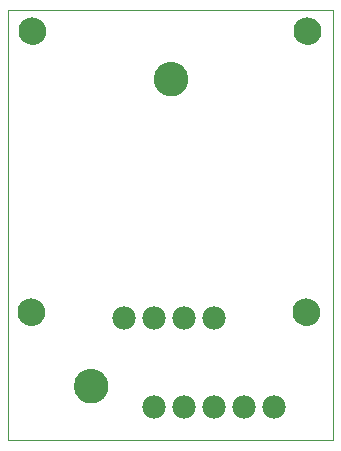
<source format=gbs>
G75*
%MOIN*%
%OFA0B0*%
%FSLAX25Y25*%
%IPPOS*%
%LPD*%
%AMOC8*
5,1,8,0,0,1.08239X$1,22.5*
%
%ADD10C,0.00000*%
%ADD11C,0.11424*%
%ADD12C,0.09061*%
%ADD13C,0.07800*%
D10*
X0022861Y0024554D02*
X0022861Y0167861D01*
X0131129Y0167861D01*
X0131129Y0024554D01*
X0022861Y0024554D01*
X0044908Y0042664D02*
X0044910Y0042812D01*
X0044916Y0042960D01*
X0044926Y0043108D01*
X0044940Y0043255D01*
X0044958Y0043402D01*
X0044979Y0043548D01*
X0045005Y0043694D01*
X0045035Y0043839D01*
X0045068Y0043983D01*
X0045106Y0044126D01*
X0045147Y0044268D01*
X0045192Y0044409D01*
X0045240Y0044549D01*
X0045293Y0044688D01*
X0045349Y0044825D01*
X0045409Y0044960D01*
X0045472Y0045094D01*
X0045539Y0045226D01*
X0045610Y0045356D01*
X0045684Y0045484D01*
X0045761Y0045610D01*
X0045842Y0045734D01*
X0045926Y0045856D01*
X0046013Y0045975D01*
X0046104Y0046092D01*
X0046198Y0046207D01*
X0046294Y0046319D01*
X0046394Y0046429D01*
X0046496Y0046535D01*
X0046602Y0046639D01*
X0046710Y0046740D01*
X0046821Y0046838D01*
X0046934Y0046934D01*
X0047050Y0047026D01*
X0047168Y0047115D01*
X0047289Y0047200D01*
X0047412Y0047283D01*
X0047537Y0047362D01*
X0047664Y0047438D01*
X0047793Y0047510D01*
X0047924Y0047579D01*
X0048057Y0047644D01*
X0048192Y0047705D01*
X0048328Y0047763D01*
X0048465Y0047818D01*
X0048604Y0047868D01*
X0048745Y0047915D01*
X0048886Y0047958D01*
X0049029Y0047998D01*
X0049173Y0048033D01*
X0049317Y0048065D01*
X0049463Y0048092D01*
X0049609Y0048116D01*
X0049756Y0048136D01*
X0049903Y0048152D01*
X0050050Y0048164D01*
X0050198Y0048172D01*
X0050346Y0048176D01*
X0050494Y0048176D01*
X0050642Y0048172D01*
X0050790Y0048164D01*
X0050937Y0048152D01*
X0051084Y0048136D01*
X0051231Y0048116D01*
X0051377Y0048092D01*
X0051523Y0048065D01*
X0051667Y0048033D01*
X0051811Y0047998D01*
X0051954Y0047958D01*
X0052095Y0047915D01*
X0052236Y0047868D01*
X0052375Y0047818D01*
X0052512Y0047763D01*
X0052648Y0047705D01*
X0052783Y0047644D01*
X0052916Y0047579D01*
X0053047Y0047510D01*
X0053176Y0047438D01*
X0053303Y0047362D01*
X0053428Y0047283D01*
X0053551Y0047200D01*
X0053672Y0047115D01*
X0053790Y0047026D01*
X0053906Y0046934D01*
X0054019Y0046838D01*
X0054130Y0046740D01*
X0054238Y0046639D01*
X0054344Y0046535D01*
X0054446Y0046429D01*
X0054546Y0046319D01*
X0054642Y0046207D01*
X0054736Y0046092D01*
X0054827Y0045975D01*
X0054914Y0045856D01*
X0054998Y0045734D01*
X0055079Y0045610D01*
X0055156Y0045484D01*
X0055230Y0045356D01*
X0055301Y0045226D01*
X0055368Y0045094D01*
X0055431Y0044960D01*
X0055491Y0044825D01*
X0055547Y0044688D01*
X0055600Y0044549D01*
X0055648Y0044409D01*
X0055693Y0044268D01*
X0055734Y0044126D01*
X0055772Y0043983D01*
X0055805Y0043839D01*
X0055835Y0043694D01*
X0055861Y0043548D01*
X0055882Y0043402D01*
X0055900Y0043255D01*
X0055914Y0043108D01*
X0055924Y0042960D01*
X0055930Y0042812D01*
X0055932Y0042664D01*
X0055930Y0042516D01*
X0055924Y0042368D01*
X0055914Y0042220D01*
X0055900Y0042073D01*
X0055882Y0041926D01*
X0055861Y0041780D01*
X0055835Y0041634D01*
X0055805Y0041489D01*
X0055772Y0041345D01*
X0055734Y0041202D01*
X0055693Y0041060D01*
X0055648Y0040919D01*
X0055600Y0040779D01*
X0055547Y0040640D01*
X0055491Y0040503D01*
X0055431Y0040368D01*
X0055368Y0040234D01*
X0055301Y0040102D01*
X0055230Y0039972D01*
X0055156Y0039844D01*
X0055079Y0039718D01*
X0054998Y0039594D01*
X0054914Y0039472D01*
X0054827Y0039353D01*
X0054736Y0039236D01*
X0054642Y0039121D01*
X0054546Y0039009D01*
X0054446Y0038899D01*
X0054344Y0038793D01*
X0054238Y0038689D01*
X0054130Y0038588D01*
X0054019Y0038490D01*
X0053906Y0038394D01*
X0053790Y0038302D01*
X0053672Y0038213D01*
X0053551Y0038128D01*
X0053428Y0038045D01*
X0053303Y0037966D01*
X0053176Y0037890D01*
X0053047Y0037818D01*
X0052916Y0037749D01*
X0052783Y0037684D01*
X0052648Y0037623D01*
X0052512Y0037565D01*
X0052375Y0037510D01*
X0052236Y0037460D01*
X0052095Y0037413D01*
X0051954Y0037370D01*
X0051811Y0037330D01*
X0051667Y0037295D01*
X0051523Y0037263D01*
X0051377Y0037236D01*
X0051231Y0037212D01*
X0051084Y0037192D01*
X0050937Y0037176D01*
X0050790Y0037164D01*
X0050642Y0037156D01*
X0050494Y0037152D01*
X0050346Y0037152D01*
X0050198Y0037156D01*
X0050050Y0037164D01*
X0049903Y0037176D01*
X0049756Y0037192D01*
X0049609Y0037212D01*
X0049463Y0037236D01*
X0049317Y0037263D01*
X0049173Y0037295D01*
X0049029Y0037330D01*
X0048886Y0037370D01*
X0048745Y0037413D01*
X0048604Y0037460D01*
X0048465Y0037510D01*
X0048328Y0037565D01*
X0048192Y0037623D01*
X0048057Y0037684D01*
X0047924Y0037749D01*
X0047793Y0037818D01*
X0047664Y0037890D01*
X0047537Y0037966D01*
X0047412Y0038045D01*
X0047289Y0038128D01*
X0047168Y0038213D01*
X0047050Y0038302D01*
X0046934Y0038394D01*
X0046821Y0038490D01*
X0046710Y0038588D01*
X0046602Y0038689D01*
X0046496Y0038793D01*
X0046394Y0038899D01*
X0046294Y0039009D01*
X0046198Y0039121D01*
X0046104Y0039236D01*
X0046013Y0039353D01*
X0045926Y0039472D01*
X0045842Y0039594D01*
X0045761Y0039718D01*
X0045684Y0039844D01*
X0045610Y0039972D01*
X0045539Y0040102D01*
X0045472Y0040234D01*
X0045409Y0040368D01*
X0045349Y0040503D01*
X0045293Y0040640D01*
X0045240Y0040779D01*
X0045192Y0040919D01*
X0045147Y0041060D01*
X0045106Y0041202D01*
X0045068Y0041345D01*
X0045035Y0041489D01*
X0045005Y0041634D01*
X0044979Y0041780D01*
X0044958Y0041926D01*
X0044940Y0042073D01*
X0044926Y0042220D01*
X0044916Y0042368D01*
X0044910Y0042516D01*
X0044908Y0042664D01*
X0026178Y0067339D02*
X0026180Y0067470D01*
X0026186Y0067602D01*
X0026196Y0067733D01*
X0026210Y0067864D01*
X0026228Y0067994D01*
X0026250Y0068123D01*
X0026275Y0068252D01*
X0026305Y0068380D01*
X0026339Y0068507D01*
X0026376Y0068634D01*
X0026417Y0068758D01*
X0026462Y0068882D01*
X0026511Y0069004D01*
X0026563Y0069125D01*
X0026619Y0069243D01*
X0026679Y0069361D01*
X0026742Y0069476D01*
X0026809Y0069589D01*
X0026879Y0069701D01*
X0026952Y0069810D01*
X0027028Y0069916D01*
X0027108Y0070021D01*
X0027191Y0070123D01*
X0027277Y0070222D01*
X0027366Y0070319D01*
X0027458Y0070413D01*
X0027553Y0070504D01*
X0027650Y0070593D01*
X0027750Y0070678D01*
X0027853Y0070760D01*
X0027958Y0070839D01*
X0028065Y0070915D01*
X0028175Y0070987D01*
X0028287Y0071056D01*
X0028401Y0071122D01*
X0028516Y0071184D01*
X0028634Y0071243D01*
X0028753Y0071298D01*
X0028874Y0071350D01*
X0028997Y0071397D01*
X0029121Y0071441D01*
X0029246Y0071482D01*
X0029372Y0071518D01*
X0029500Y0071551D01*
X0029628Y0071579D01*
X0029757Y0071604D01*
X0029887Y0071625D01*
X0030017Y0071642D01*
X0030148Y0071655D01*
X0030279Y0071664D01*
X0030410Y0071669D01*
X0030542Y0071670D01*
X0030673Y0071667D01*
X0030805Y0071660D01*
X0030936Y0071649D01*
X0031066Y0071634D01*
X0031196Y0071615D01*
X0031326Y0071592D01*
X0031454Y0071566D01*
X0031582Y0071535D01*
X0031709Y0071500D01*
X0031835Y0071462D01*
X0031959Y0071420D01*
X0032083Y0071374D01*
X0032204Y0071324D01*
X0032324Y0071271D01*
X0032443Y0071214D01*
X0032560Y0071154D01*
X0032674Y0071090D01*
X0032787Y0071022D01*
X0032898Y0070951D01*
X0033007Y0070877D01*
X0033113Y0070800D01*
X0033217Y0070719D01*
X0033318Y0070636D01*
X0033417Y0070549D01*
X0033513Y0070459D01*
X0033606Y0070366D01*
X0033697Y0070271D01*
X0033784Y0070173D01*
X0033869Y0070072D01*
X0033950Y0069969D01*
X0034028Y0069863D01*
X0034103Y0069755D01*
X0034175Y0069645D01*
X0034243Y0069533D01*
X0034308Y0069419D01*
X0034369Y0069302D01*
X0034427Y0069184D01*
X0034481Y0069064D01*
X0034532Y0068943D01*
X0034579Y0068820D01*
X0034622Y0068696D01*
X0034661Y0068571D01*
X0034697Y0068444D01*
X0034728Y0068316D01*
X0034756Y0068188D01*
X0034780Y0068059D01*
X0034800Y0067929D01*
X0034816Y0067798D01*
X0034828Y0067667D01*
X0034836Y0067536D01*
X0034840Y0067405D01*
X0034840Y0067273D01*
X0034836Y0067142D01*
X0034828Y0067011D01*
X0034816Y0066880D01*
X0034800Y0066749D01*
X0034780Y0066619D01*
X0034756Y0066490D01*
X0034728Y0066362D01*
X0034697Y0066234D01*
X0034661Y0066107D01*
X0034622Y0065982D01*
X0034579Y0065858D01*
X0034532Y0065735D01*
X0034481Y0065614D01*
X0034427Y0065494D01*
X0034369Y0065376D01*
X0034308Y0065259D01*
X0034243Y0065145D01*
X0034175Y0065033D01*
X0034103Y0064923D01*
X0034028Y0064815D01*
X0033950Y0064709D01*
X0033869Y0064606D01*
X0033784Y0064505D01*
X0033697Y0064407D01*
X0033606Y0064312D01*
X0033513Y0064219D01*
X0033417Y0064129D01*
X0033318Y0064042D01*
X0033217Y0063959D01*
X0033113Y0063878D01*
X0033007Y0063801D01*
X0032898Y0063727D01*
X0032787Y0063656D01*
X0032675Y0063588D01*
X0032560Y0063524D01*
X0032443Y0063464D01*
X0032324Y0063407D01*
X0032204Y0063354D01*
X0032083Y0063304D01*
X0031959Y0063258D01*
X0031835Y0063216D01*
X0031709Y0063178D01*
X0031582Y0063143D01*
X0031454Y0063112D01*
X0031326Y0063086D01*
X0031196Y0063063D01*
X0031066Y0063044D01*
X0030936Y0063029D01*
X0030805Y0063018D01*
X0030673Y0063011D01*
X0030542Y0063008D01*
X0030410Y0063009D01*
X0030279Y0063014D01*
X0030148Y0063023D01*
X0030017Y0063036D01*
X0029887Y0063053D01*
X0029757Y0063074D01*
X0029628Y0063099D01*
X0029500Y0063127D01*
X0029372Y0063160D01*
X0029246Y0063196D01*
X0029121Y0063237D01*
X0028997Y0063281D01*
X0028874Y0063328D01*
X0028753Y0063380D01*
X0028634Y0063435D01*
X0028516Y0063494D01*
X0028401Y0063556D01*
X0028287Y0063622D01*
X0028175Y0063691D01*
X0028065Y0063763D01*
X0027958Y0063839D01*
X0027853Y0063918D01*
X0027750Y0064000D01*
X0027650Y0064085D01*
X0027553Y0064174D01*
X0027458Y0064265D01*
X0027366Y0064359D01*
X0027277Y0064456D01*
X0027191Y0064555D01*
X0027108Y0064657D01*
X0027028Y0064762D01*
X0026952Y0064868D01*
X0026879Y0064977D01*
X0026809Y0065089D01*
X0026742Y0065202D01*
X0026679Y0065317D01*
X0026619Y0065435D01*
X0026563Y0065553D01*
X0026511Y0065674D01*
X0026462Y0065796D01*
X0026417Y0065920D01*
X0026376Y0066044D01*
X0026339Y0066171D01*
X0026305Y0066298D01*
X0026275Y0066426D01*
X0026250Y0066555D01*
X0026228Y0066684D01*
X0026210Y0066814D01*
X0026196Y0066945D01*
X0026186Y0067076D01*
X0026180Y0067208D01*
X0026178Y0067339D01*
X0071483Y0145026D02*
X0071485Y0145174D01*
X0071491Y0145322D01*
X0071501Y0145470D01*
X0071515Y0145617D01*
X0071533Y0145764D01*
X0071554Y0145910D01*
X0071580Y0146056D01*
X0071610Y0146201D01*
X0071643Y0146345D01*
X0071681Y0146488D01*
X0071722Y0146630D01*
X0071767Y0146771D01*
X0071815Y0146911D01*
X0071868Y0147050D01*
X0071924Y0147187D01*
X0071984Y0147322D01*
X0072047Y0147456D01*
X0072114Y0147588D01*
X0072185Y0147718D01*
X0072259Y0147846D01*
X0072336Y0147972D01*
X0072417Y0148096D01*
X0072501Y0148218D01*
X0072588Y0148337D01*
X0072679Y0148454D01*
X0072773Y0148569D01*
X0072869Y0148681D01*
X0072969Y0148791D01*
X0073071Y0148897D01*
X0073177Y0149001D01*
X0073285Y0149102D01*
X0073396Y0149200D01*
X0073509Y0149296D01*
X0073625Y0149388D01*
X0073743Y0149477D01*
X0073864Y0149562D01*
X0073987Y0149645D01*
X0074112Y0149724D01*
X0074239Y0149800D01*
X0074368Y0149872D01*
X0074499Y0149941D01*
X0074632Y0150006D01*
X0074767Y0150067D01*
X0074903Y0150125D01*
X0075040Y0150180D01*
X0075179Y0150230D01*
X0075320Y0150277D01*
X0075461Y0150320D01*
X0075604Y0150360D01*
X0075748Y0150395D01*
X0075892Y0150427D01*
X0076038Y0150454D01*
X0076184Y0150478D01*
X0076331Y0150498D01*
X0076478Y0150514D01*
X0076625Y0150526D01*
X0076773Y0150534D01*
X0076921Y0150538D01*
X0077069Y0150538D01*
X0077217Y0150534D01*
X0077365Y0150526D01*
X0077512Y0150514D01*
X0077659Y0150498D01*
X0077806Y0150478D01*
X0077952Y0150454D01*
X0078098Y0150427D01*
X0078242Y0150395D01*
X0078386Y0150360D01*
X0078529Y0150320D01*
X0078670Y0150277D01*
X0078811Y0150230D01*
X0078950Y0150180D01*
X0079087Y0150125D01*
X0079223Y0150067D01*
X0079358Y0150006D01*
X0079491Y0149941D01*
X0079622Y0149872D01*
X0079751Y0149800D01*
X0079878Y0149724D01*
X0080003Y0149645D01*
X0080126Y0149562D01*
X0080247Y0149477D01*
X0080365Y0149388D01*
X0080481Y0149296D01*
X0080594Y0149200D01*
X0080705Y0149102D01*
X0080813Y0149001D01*
X0080919Y0148897D01*
X0081021Y0148791D01*
X0081121Y0148681D01*
X0081217Y0148569D01*
X0081311Y0148454D01*
X0081402Y0148337D01*
X0081489Y0148218D01*
X0081573Y0148096D01*
X0081654Y0147972D01*
X0081731Y0147846D01*
X0081805Y0147718D01*
X0081876Y0147588D01*
X0081943Y0147456D01*
X0082006Y0147322D01*
X0082066Y0147187D01*
X0082122Y0147050D01*
X0082175Y0146911D01*
X0082223Y0146771D01*
X0082268Y0146630D01*
X0082309Y0146488D01*
X0082347Y0146345D01*
X0082380Y0146201D01*
X0082410Y0146056D01*
X0082436Y0145910D01*
X0082457Y0145764D01*
X0082475Y0145617D01*
X0082489Y0145470D01*
X0082499Y0145322D01*
X0082505Y0145174D01*
X0082507Y0145026D01*
X0082505Y0144878D01*
X0082499Y0144730D01*
X0082489Y0144582D01*
X0082475Y0144435D01*
X0082457Y0144288D01*
X0082436Y0144142D01*
X0082410Y0143996D01*
X0082380Y0143851D01*
X0082347Y0143707D01*
X0082309Y0143564D01*
X0082268Y0143422D01*
X0082223Y0143281D01*
X0082175Y0143141D01*
X0082122Y0143002D01*
X0082066Y0142865D01*
X0082006Y0142730D01*
X0081943Y0142596D01*
X0081876Y0142464D01*
X0081805Y0142334D01*
X0081731Y0142206D01*
X0081654Y0142080D01*
X0081573Y0141956D01*
X0081489Y0141834D01*
X0081402Y0141715D01*
X0081311Y0141598D01*
X0081217Y0141483D01*
X0081121Y0141371D01*
X0081021Y0141261D01*
X0080919Y0141155D01*
X0080813Y0141051D01*
X0080705Y0140950D01*
X0080594Y0140852D01*
X0080481Y0140756D01*
X0080365Y0140664D01*
X0080247Y0140575D01*
X0080126Y0140490D01*
X0080003Y0140407D01*
X0079878Y0140328D01*
X0079751Y0140252D01*
X0079622Y0140180D01*
X0079491Y0140111D01*
X0079358Y0140046D01*
X0079223Y0139985D01*
X0079087Y0139927D01*
X0078950Y0139872D01*
X0078811Y0139822D01*
X0078670Y0139775D01*
X0078529Y0139732D01*
X0078386Y0139692D01*
X0078242Y0139657D01*
X0078098Y0139625D01*
X0077952Y0139598D01*
X0077806Y0139574D01*
X0077659Y0139554D01*
X0077512Y0139538D01*
X0077365Y0139526D01*
X0077217Y0139518D01*
X0077069Y0139514D01*
X0076921Y0139514D01*
X0076773Y0139518D01*
X0076625Y0139526D01*
X0076478Y0139538D01*
X0076331Y0139554D01*
X0076184Y0139574D01*
X0076038Y0139598D01*
X0075892Y0139625D01*
X0075748Y0139657D01*
X0075604Y0139692D01*
X0075461Y0139732D01*
X0075320Y0139775D01*
X0075179Y0139822D01*
X0075040Y0139872D01*
X0074903Y0139927D01*
X0074767Y0139985D01*
X0074632Y0140046D01*
X0074499Y0140111D01*
X0074368Y0140180D01*
X0074239Y0140252D01*
X0074112Y0140328D01*
X0073987Y0140407D01*
X0073864Y0140490D01*
X0073743Y0140575D01*
X0073625Y0140664D01*
X0073509Y0140756D01*
X0073396Y0140852D01*
X0073285Y0140950D01*
X0073177Y0141051D01*
X0073071Y0141155D01*
X0072969Y0141261D01*
X0072869Y0141371D01*
X0072773Y0141483D01*
X0072679Y0141598D01*
X0072588Y0141715D01*
X0072501Y0141834D01*
X0072417Y0141956D01*
X0072336Y0142080D01*
X0072259Y0142206D01*
X0072185Y0142334D01*
X0072114Y0142464D01*
X0072047Y0142596D01*
X0071984Y0142730D01*
X0071924Y0142865D01*
X0071868Y0143002D01*
X0071815Y0143141D01*
X0071767Y0143281D01*
X0071722Y0143422D01*
X0071681Y0143564D01*
X0071643Y0143707D01*
X0071610Y0143851D01*
X0071580Y0143996D01*
X0071554Y0144142D01*
X0071533Y0144288D01*
X0071515Y0144435D01*
X0071501Y0144582D01*
X0071491Y0144730D01*
X0071485Y0144878D01*
X0071483Y0145026D01*
X0026571Y0161040D02*
X0026573Y0161171D01*
X0026579Y0161303D01*
X0026589Y0161434D01*
X0026603Y0161565D01*
X0026621Y0161695D01*
X0026643Y0161824D01*
X0026668Y0161953D01*
X0026698Y0162081D01*
X0026732Y0162208D01*
X0026769Y0162335D01*
X0026810Y0162459D01*
X0026855Y0162583D01*
X0026904Y0162705D01*
X0026956Y0162826D01*
X0027012Y0162944D01*
X0027072Y0163062D01*
X0027135Y0163177D01*
X0027202Y0163290D01*
X0027272Y0163402D01*
X0027345Y0163511D01*
X0027421Y0163617D01*
X0027501Y0163722D01*
X0027584Y0163824D01*
X0027670Y0163923D01*
X0027759Y0164020D01*
X0027851Y0164114D01*
X0027946Y0164205D01*
X0028043Y0164294D01*
X0028143Y0164379D01*
X0028246Y0164461D01*
X0028351Y0164540D01*
X0028458Y0164616D01*
X0028568Y0164688D01*
X0028680Y0164757D01*
X0028794Y0164823D01*
X0028909Y0164885D01*
X0029027Y0164944D01*
X0029146Y0164999D01*
X0029267Y0165051D01*
X0029390Y0165098D01*
X0029514Y0165142D01*
X0029639Y0165183D01*
X0029765Y0165219D01*
X0029893Y0165252D01*
X0030021Y0165280D01*
X0030150Y0165305D01*
X0030280Y0165326D01*
X0030410Y0165343D01*
X0030541Y0165356D01*
X0030672Y0165365D01*
X0030803Y0165370D01*
X0030935Y0165371D01*
X0031066Y0165368D01*
X0031198Y0165361D01*
X0031329Y0165350D01*
X0031459Y0165335D01*
X0031589Y0165316D01*
X0031719Y0165293D01*
X0031847Y0165267D01*
X0031975Y0165236D01*
X0032102Y0165201D01*
X0032228Y0165163D01*
X0032352Y0165121D01*
X0032476Y0165075D01*
X0032597Y0165025D01*
X0032717Y0164972D01*
X0032836Y0164915D01*
X0032953Y0164855D01*
X0033067Y0164791D01*
X0033180Y0164723D01*
X0033291Y0164652D01*
X0033400Y0164578D01*
X0033506Y0164501D01*
X0033610Y0164420D01*
X0033711Y0164337D01*
X0033810Y0164250D01*
X0033906Y0164160D01*
X0033999Y0164067D01*
X0034090Y0163972D01*
X0034177Y0163874D01*
X0034262Y0163773D01*
X0034343Y0163670D01*
X0034421Y0163564D01*
X0034496Y0163456D01*
X0034568Y0163346D01*
X0034636Y0163234D01*
X0034701Y0163120D01*
X0034762Y0163003D01*
X0034820Y0162885D01*
X0034874Y0162765D01*
X0034925Y0162644D01*
X0034972Y0162521D01*
X0035015Y0162397D01*
X0035054Y0162272D01*
X0035090Y0162145D01*
X0035121Y0162017D01*
X0035149Y0161889D01*
X0035173Y0161760D01*
X0035193Y0161630D01*
X0035209Y0161499D01*
X0035221Y0161368D01*
X0035229Y0161237D01*
X0035233Y0161106D01*
X0035233Y0160974D01*
X0035229Y0160843D01*
X0035221Y0160712D01*
X0035209Y0160581D01*
X0035193Y0160450D01*
X0035173Y0160320D01*
X0035149Y0160191D01*
X0035121Y0160063D01*
X0035090Y0159935D01*
X0035054Y0159808D01*
X0035015Y0159683D01*
X0034972Y0159559D01*
X0034925Y0159436D01*
X0034874Y0159315D01*
X0034820Y0159195D01*
X0034762Y0159077D01*
X0034701Y0158960D01*
X0034636Y0158846D01*
X0034568Y0158734D01*
X0034496Y0158624D01*
X0034421Y0158516D01*
X0034343Y0158410D01*
X0034262Y0158307D01*
X0034177Y0158206D01*
X0034090Y0158108D01*
X0033999Y0158013D01*
X0033906Y0157920D01*
X0033810Y0157830D01*
X0033711Y0157743D01*
X0033610Y0157660D01*
X0033506Y0157579D01*
X0033400Y0157502D01*
X0033291Y0157428D01*
X0033180Y0157357D01*
X0033068Y0157289D01*
X0032953Y0157225D01*
X0032836Y0157165D01*
X0032717Y0157108D01*
X0032597Y0157055D01*
X0032476Y0157005D01*
X0032352Y0156959D01*
X0032228Y0156917D01*
X0032102Y0156879D01*
X0031975Y0156844D01*
X0031847Y0156813D01*
X0031719Y0156787D01*
X0031589Y0156764D01*
X0031459Y0156745D01*
X0031329Y0156730D01*
X0031198Y0156719D01*
X0031066Y0156712D01*
X0030935Y0156709D01*
X0030803Y0156710D01*
X0030672Y0156715D01*
X0030541Y0156724D01*
X0030410Y0156737D01*
X0030280Y0156754D01*
X0030150Y0156775D01*
X0030021Y0156800D01*
X0029893Y0156828D01*
X0029765Y0156861D01*
X0029639Y0156897D01*
X0029514Y0156938D01*
X0029390Y0156982D01*
X0029267Y0157029D01*
X0029146Y0157081D01*
X0029027Y0157136D01*
X0028909Y0157195D01*
X0028794Y0157257D01*
X0028680Y0157323D01*
X0028568Y0157392D01*
X0028458Y0157464D01*
X0028351Y0157540D01*
X0028246Y0157619D01*
X0028143Y0157701D01*
X0028043Y0157786D01*
X0027946Y0157875D01*
X0027851Y0157966D01*
X0027759Y0158060D01*
X0027670Y0158157D01*
X0027584Y0158256D01*
X0027501Y0158358D01*
X0027421Y0158463D01*
X0027345Y0158569D01*
X0027272Y0158678D01*
X0027202Y0158790D01*
X0027135Y0158903D01*
X0027072Y0159018D01*
X0027012Y0159136D01*
X0026956Y0159254D01*
X0026904Y0159375D01*
X0026855Y0159497D01*
X0026810Y0159621D01*
X0026769Y0159745D01*
X0026732Y0159872D01*
X0026698Y0159999D01*
X0026668Y0160127D01*
X0026643Y0160256D01*
X0026621Y0160385D01*
X0026603Y0160515D01*
X0026589Y0160646D01*
X0026579Y0160777D01*
X0026573Y0160909D01*
X0026571Y0161040D01*
X0118304Y0161040D02*
X0118306Y0161171D01*
X0118312Y0161303D01*
X0118322Y0161434D01*
X0118336Y0161565D01*
X0118354Y0161695D01*
X0118376Y0161824D01*
X0118401Y0161953D01*
X0118431Y0162081D01*
X0118465Y0162208D01*
X0118502Y0162335D01*
X0118543Y0162459D01*
X0118588Y0162583D01*
X0118637Y0162705D01*
X0118689Y0162826D01*
X0118745Y0162944D01*
X0118805Y0163062D01*
X0118868Y0163177D01*
X0118935Y0163290D01*
X0119005Y0163402D01*
X0119078Y0163511D01*
X0119154Y0163617D01*
X0119234Y0163722D01*
X0119317Y0163824D01*
X0119403Y0163923D01*
X0119492Y0164020D01*
X0119584Y0164114D01*
X0119679Y0164205D01*
X0119776Y0164294D01*
X0119876Y0164379D01*
X0119979Y0164461D01*
X0120084Y0164540D01*
X0120191Y0164616D01*
X0120301Y0164688D01*
X0120413Y0164757D01*
X0120527Y0164823D01*
X0120642Y0164885D01*
X0120760Y0164944D01*
X0120879Y0164999D01*
X0121000Y0165051D01*
X0121123Y0165098D01*
X0121247Y0165142D01*
X0121372Y0165183D01*
X0121498Y0165219D01*
X0121626Y0165252D01*
X0121754Y0165280D01*
X0121883Y0165305D01*
X0122013Y0165326D01*
X0122143Y0165343D01*
X0122274Y0165356D01*
X0122405Y0165365D01*
X0122536Y0165370D01*
X0122668Y0165371D01*
X0122799Y0165368D01*
X0122931Y0165361D01*
X0123062Y0165350D01*
X0123192Y0165335D01*
X0123322Y0165316D01*
X0123452Y0165293D01*
X0123580Y0165267D01*
X0123708Y0165236D01*
X0123835Y0165201D01*
X0123961Y0165163D01*
X0124085Y0165121D01*
X0124209Y0165075D01*
X0124330Y0165025D01*
X0124450Y0164972D01*
X0124569Y0164915D01*
X0124686Y0164855D01*
X0124800Y0164791D01*
X0124913Y0164723D01*
X0125024Y0164652D01*
X0125133Y0164578D01*
X0125239Y0164501D01*
X0125343Y0164420D01*
X0125444Y0164337D01*
X0125543Y0164250D01*
X0125639Y0164160D01*
X0125732Y0164067D01*
X0125823Y0163972D01*
X0125910Y0163874D01*
X0125995Y0163773D01*
X0126076Y0163670D01*
X0126154Y0163564D01*
X0126229Y0163456D01*
X0126301Y0163346D01*
X0126369Y0163234D01*
X0126434Y0163120D01*
X0126495Y0163003D01*
X0126553Y0162885D01*
X0126607Y0162765D01*
X0126658Y0162644D01*
X0126705Y0162521D01*
X0126748Y0162397D01*
X0126787Y0162272D01*
X0126823Y0162145D01*
X0126854Y0162017D01*
X0126882Y0161889D01*
X0126906Y0161760D01*
X0126926Y0161630D01*
X0126942Y0161499D01*
X0126954Y0161368D01*
X0126962Y0161237D01*
X0126966Y0161106D01*
X0126966Y0160974D01*
X0126962Y0160843D01*
X0126954Y0160712D01*
X0126942Y0160581D01*
X0126926Y0160450D01*
X0126906Y0160320D01*
X0126882Y0160191D01*
X0126854Y0160063D01*
X0126823Y0159935D01*
X0126787Y0159808D01*
X0126748Y0159683D01*
X0126705Y0159559D01*
X0126658Y0159436D01*
X0126607Y0159315D01*
X0126553Y0159195D01*
X0126495Y0159077D01*
X0126434Y0158960D01*
X0126369Y0158846D01*
X0126301Y0158734D01*
X0126229Y0158624D01*
X0126154Y0158516D01*
X0126076Y0158410D01*
X0125995Y0158307D01*
X0125910Y0158206D01*
X0125823Y0158108D01*
X0125732Y0158013D01*
X0125639Y0157920D01*
X0125543Y0157830D01*
X0125444Y0157743D01*
X0125343Y0157660D01*
X0125239Y0157579D01*
X0125133Y0157502D01*
X0125024Y0157428D01*
X0124913Y0157357D01*
X0124801Y0157289D01*
X0124686Y0157225D01*
X0124569Y0157165D01*
X0124450Y0157108D01*
X0124330Y0157055D01*
X0124209Y0157005D01*
X0124085Y0156959D01*
X0123961Y0156917D01*
X0123835Y0156879D01*
X0123708Y0156844D01*
X0123580Y0156813D01*
X0123452Y0156787D01*
X0123322Y0156764D01*
X0123192Y0156745D01*
X0123062Y0156730D01*
X0122931Y0156719D01*
X0122799Y0156712D01*
X0122668Y0156709D01*
X0122536Y0156710D01*
X0122405Y0156715D01*
X0122274Y0156724D01*
X0122143Y0156737D01*
X0122013Y0156754D01*
X0121883Y0156775D01*
X0121754Y0156800D01*
X0121626Y0156828D01*
X0121498Y0156861D01*
X0121372Y0156897D01*
X0121247Y0156938D01*
X0121123Y0156982D01*
X0121000Y0157029D01*
X0120879Y0157081D01*
X0120760Y0157136D01*
X0120642Y0157195D01*
X0120527Y0157257D01*
X0120413Y0157323D01*
X0120301Y0157392D01*
X0120191Y0157464D01*
X0120084Y0157540D01*
X0119979Y0157619D01*
X0119876Y0157701D01*
X0119776Y0157786D01*
X0119679Y0157875D01*
X0119584Y0157966D01*
X0119492Y0158060D01*
X0119403Y0158157D01*
X0119317Y0158256D01*
X0119234Y0158358D01*
X0119154Y0158463D01*
X0119078Y0158569D01*
X0119005Y0158678D01*
X0118935Y0158790D01*
X0118868Y0158903D01*
X0118805Y0159018D01*
X0118745Y0159136D01*
X0118689Y0159254D01*
X0118637Y0159375D01*
X0118588Y0159497D01*
X0118543Y0159621D01*
X0118502Y0159745D01*
X0118465Y0159872D01*
X0118431Y0159999D01*
X0118401Y0160127D01*
X0118376Y0160256D01*
X0118354Y0160385D01*
X0118336Y0160515D01*
X0118322Y0160646D01*
X0118312Y0160777D01*
X0118306Y0160909D01*
X0118304Y0161040D01*
X0117910Y0067339D02*
X0117912Y0067470D01*
X0117918Y0067602D01*
X0117928Y0067733D01*
X0117942Y0067864D01*
X0117960Y0067994D01*
X0117982Y0068123D01*
X0118007Y0068252D01*
X0118037Y0068380D01*
X0118071Y0068507D01*
X0118108Y0068634D01*
X0118149Y0068758D01*
X0118194Y0068882D01*
X0118243Y0069004D01*
X0118295Y0069125D01*
X0118351Y0069243D01*
X0118411Y0069361D01*
X0118474Y0069476D01*
X0118541Y0069589D01*
X0118611Y0069701D01*
X0118684Y0069810D01*
X0118760Y0069916D01*
X0118840Y0070021D01*
X0118923Y0070123D01*
X0119009Y0070222D01*
X0119098Y0070319D01*
X0119190Y0070413D01*
X0119285Y0070504D01*
X0119382Y0070593D01*
X0119482Y0070678D01*
X0119585Y0070760D01*
X0119690Y0070839D01*
X0119797Y0070915D01*
X0119907Y0070987D01*
X0120019Y0071056D01*
X0120133Y0071122D01*
X0120248Y0071184D01*
X0120366Y0071243D01*
X0120485Y0071298D01*
X0120606Y0071350D01*
X0120729Y0071397D01*
X0120853Y0071441D01*
X0120978Y0071482D01*
X0121104Y0071518D01*
X0121232Y0071551D01*
X0121360Y0071579D01*
X0121489Y0071604D01*
X0121619Y0071625D01*
X0121749Y0071642D01*
X0121880Y0071655D01*
X0122011Y0071664D01*
X0122142Y0071669D01*
X0122274Y0071670D01*
X0122405Y0071667D01*
X0122537Y0071660D01*
X0122668Y0071649D01*
X0122798Y0071634D01*
X0122928Y0071615D01*
X0123058Y0071592D01*
X0123186Y0071566D01*
X0123314Y0071535D01*
X0123441Y0071500D01*
X0123567Y0071462D01*
X0123691Y0071420D01*
X0123815Y0071374D01*
X0123936Y0071324D01*
X0124056Y0071271D01*
X0124175Y0071214D01*
X0124292Y0071154D01*
X0124406Y0071090D01*
X0124519Y0071022D01*
X0124630Y0070951D01*
X0124739Y0070877D01*
X0124845Y0070800D01*
X0124949Y0070719D01*
X0125050Y0070636D01*
X0125149Y0070549D01*
X0125245Y0070459D01*
X0125338Y0070366D01*
X0125429Y0070271D01*
X0125516Y0070173D01*
X0125601Y0070072D01*
X0125682Y0069969D01*
X0125760Y0069863D01*
X0125835Y0069755D01*
X0125907Y0069645D01*
X0125975Y0069533D01*
X0126040Y0069419D01*
X0126101Y0069302D01*
X0126159Y0069184D01*
X0126213Y0069064D01*
X0126264Y0068943D01*
X0126311Y0068820D01*
X0126354Y0068696D01*
X0126393Y0068571D01*
X0126429Y0068444D01*
X0126460Y0068316D01*
X0126488Y0068188D01*
X0126512Y0068059D01*
X0126532Y0067929D01*
X0126548Y0067798D01*
X0126560Y0067667D01*
X0126568Y0067536D01*
X0126572Y0067405D01*
X0126572Y0067273D01*
X0126568Y0067142D01*
X0126560Y0067011D01*
X0126548Y0066880D01*
X0126532Y0066749D01*
X0126512Y0066619D01*
X0126488Y0066490D01*
X0126460Y0066362D01*
X0126429Y0066234D01*
X0126393Y0066107D01*
X0126354Y0065982D01*
X0126311Y0065858D01*
X0126264Y0065735D01*
X0126213Y0065614D01*
X0126159Y0065494D01*
X0126101Y0065376D01*
X0126040Y0065259D01*
X0125975Y0065145D01*
X0125907Y0065033D01*
X0125835Y0064923D01*
X0125760Y0064815D01*
X0125682Y0064709D01*
X0125601Y0064606D01*
X0125516Y0064505D01*
X0125429Y0064407D01*
X0125338Y0064312D01*
X0125245Y0064219D01*
X0125149Y0064129D01*
X0125050Y0064042D01*
X0124949Y0063959D01*
X0124845Y0063878D01*
X0124739Y0063801D01*
X0124630Y0063727D01*
X0124519Y0063656D01*
X0124407Y0063588D01*
X0124292Y0063524D01*
X0124175Y0063464D01*
X0124056Y0063407D01*
X0123936Y0063354D01*
X0123815Y0063304D01*
X0123691Y0063258D01*
X0123567Y0063216D01*
X0123441Y0063178D01*
X0123314Y0063143D01*
X0123186Y0063112D01*
X0123058Y0063086D01*
X0122928Y0063063D01*
X0122798Y0063044D01*
X0122668Y0063029D01*
X0122537Y0063018D01*
X0122405Y0063011D01*
X0122274Y0063008D01*
X0122142Y0063009D01*
X0122011Y0063014D01*
X0121880Y0063023D01*
X0121749Y0063036D01*
X0121619Y0063053D01*
X0121489Y0063074D01*
X0121360Y0063099D01*
X0121232Y0063127D01*
X0121104Y0063160D01*
X0120978Y0063196D01*
X0120853Y0063237D01*
X0120729Y0063281D01*
X0120606Y0063328D01*
X0120485Y0063380D01*
X0120366Y0063435D01*
X0120248Y0063494D01*
X0120133Y0063556D01*
X0120019Y0063622D01*
X0119907Y0063691D01*
X0119797Y0063763D01*
X0119690Y0063839D01*
X0119585Y0063918D01*
X0119482Y0064000D01*
X0119382Y0064085D01*
X0119285Y0064174D01*
X0119190Y0064265D01*
X0119098Y0064359D01*
X0119009Y0064456D01*
X0118923Y0064555D01*
X0118840Y0064657D01*
X0118760Y0064762D01*
X0118684Y0064868D01*
X0118611Y0064977D01*
X0118541Y0065089D01*
X0118474Y0065202D01*
X0118411Y0065317D01*
X0118351Y0065435D01*
X0118295Y0065553D01*
X0118243Y0065674D01*
X0118194Y0065796D01*
X0118149Y0065920D01*
X0118108Y0066044D01*
X0118071Y0066171D01*
X0118037Y0066298D01*
X0118007Y0066426D01*
X0117982Y0066555D01*
X0117960Y0066684D01*
X0117942Y0066814D01*
X0117928Y0066945D01*
X0117918Y0067076D01*
X0117912Y0067208D01*
X0117910Y0067339D01*
D11*
X0050420Y0042664D03*
X0076995Y0145026D03*
D12*
X0122635Y0161040D03*
X0122241Y0067339D03*
X0030902Y0161040D03*
X0030509Y0067339D03*
D13*
X0061640Y0065184D03*
X0071640Y0065184D03*
X0081640Y0065184D03*
X0091640Y0065184D03*
X0091640Y0035784D03*
X0081640Y0035784D03*
X0071640Y0035784D03*
X0101640Y0035784D03*
X0111640Y0035784D03*
M02*

</source>
